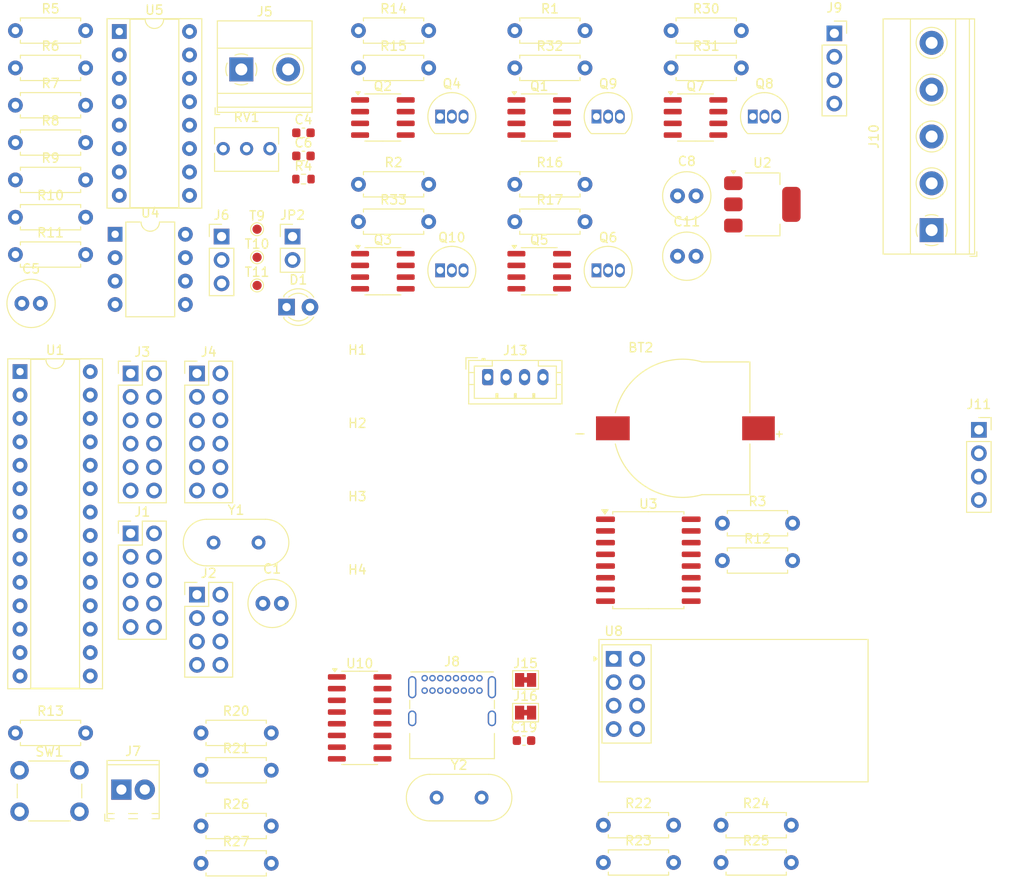
<source format=kicad_pcb>
(kicad_pcb (version 20240108) (generator "pcbnew") (generator_version "8.0")
  (title_block (title "PCB Weather station") (date "2024-11-10") (rev "1.0") (company "CREPP") (comment 1 "By NLG"))
  (layers (0 "F.Cu" signal) (31 "B.Cu" signal) (34 "B.Paste" user) (35 "F.Paste" user) (36 "B.SilkS" user "B.Silkscreen") (37 "F.SilkS" user "F.Silkscreen") (38 "B.Mask" user) (39 "F.Mask" user) (44 "Edge.Cuts" user))
  (net 0 "")
  (net 1 "/MCU/+VCC")
  (net 2 "/MCU/PD6-D6~")
  (net 3 "/MCU/PD5-D5~")
  (net 4 "/Anemometer/+5V")
  (net 5 "/Anemometer/Anemo_{signal}")
  (net 6 "/MCU/PC2-A2")
  (net 7 "/MCU/~{RESET}{slash}PC6")
  (net 8 "/MCU/PB0")
  (net 9 "/MCU/PB2-D10~")
  (net 10 "/MCU/MOSI")
  (net 11 "/MCU/MISO")
  (net 12 "/MCU/CLK")
  (net 13 "/MCU/PC0-A0")
  (net 14 "/MCU/PC1-A1")
  (net 15 "/MCU/PD2-D2-(INT0)")
  (net 16 "/MCU/PC3-A3")
  (net 17 "/MCU/SDA")
  (net 18 "/MCU/SCL")
  (net 19 "/MCU/TX")
  (net 20 "/MCU/RX")
  (net 21 "/MCU/PD3-D3-(INT1)~")
  (net 22 "/MCU/PD4-D4")
  (net 23 "/MCU/PD7-D7")
  (net 24 "Net-(J1-Pin_1)")
  (net 25 "Net-(J1-Pin_5)")
  (net 26 "Net-(J1-Pin_7)")
  (net 27 "Net-(J1-Pin_9)")
  (net 28 "Net-(J1-Pin_3)")
  (net 29 "/MCU/PB1-D9~")
  (net 30 "/MCU/PB0-D8")
  (net 31 "Net-(J2-Pin_3)")
  (net 32 "Net-(J2-Pin_5)")
  (net 33 "Net-(J2-Pin_7)")
  (net 34 "GND")
  (net 35 "Net-(J3-Pin_4)")
  (net 36 "Net-(J3-Pin_2)")
  (net 37 "Net-(J3-Pin_6)")
  (net 38 "Net-(J3-Pin_10)")
  (net 39 "Net-(J3-Pin_12)")
  (net 40 "Net-(J3-Pin_8)")
  (net 41 "Net-(J4-Pin_8)")
  (net 42 "Net-(J4-Pin_4)")
  (net 43 "Net-(J4-Pin_6)")
  (net 44 "Net-(J4-Pin_10)")
  (net 45 "Net-(J4-Pin_2)")
  (net 46 "Net-(J4-Pin_12)")
  (net 48 "/+5V")
  (net 49 "/Power/+3.3V")
  (net 58 "/Anemometer/Wind_interrupt")
  (net 59 "Net-(U5B-RCext)")
  (net 60 "Net-(U5B-Cext)")
  (net 61 "Net-(U4A-+)")
  (net 62 "/Programming/DTR")
  (net 63 "Net-(U10-~{DTR})")
  (net 64 "Net-(D1-K)")
  (net 65 "Net-(D1-A)")
  (net 66 "Net-(J5-Pin_1)")
  (net 67 "Net-(J5-Pin_2)")
  (net 68 "Net-(Q1A-G)")
  (net 69 "/Programming/GND")
  (net 70 "/Programming/D+")
  (net 71 "/Programming/D-")
  (net 73 "/V_{Monitoring}")
  (net 75 "/Programming/RX")
  (net 76 "Net-(J15-A)")
  (net 77 "Net-(J16-A)")
  (net 78 "/Programming/TX")
  (net 80 "/RTC/VCC")
  (net 81 "/Power_Handler_RTC/ENABLE")
  (net 82 "Net-(U4B-+)")
  (net 83 "Net-(U4A--)")
  (net 84 "Net-(U5B-Q)")
  (net 86 "Net-(U4B--)")
  (net 87 "/Power_Handler_Anemo/ENABLE")
  (net 90 "/RTC/SDA")
  (net 100 "Net-(U10-XO)")
  (net 106 "Net-(U10-XI)")
  (net 107 "/Programming/+5V")
  (net 108 "Net-(U10-V3)")
  (net 109 "/RTC/SCL")
  (net 110 "/Temperature_Sun/SCL")
  (net 111 "Net-(U1-XTAL2{slash}PB7)")
  (net 112 "Net-(U1-XTAL1{slash}PB6)")
  (net 113 "INT")
  (net 114 "/Temperature_Sun/LUM")
  (net 115 "/Temperature_Sun/SDA")
  (net 116 "/Temperature_Sun/+5V")
  (net 117 "/NRF24/SCK")
  (net 118 "Net-(Q2A-G)")
  (net 119 "/NRF24/CE")
  (net 120 "/NRF24/MOSI")
  (net 121 "/NRF24/CSN")
  (net 122 "/NRF24/+3.3V")
  (net 123 "/NRF24/MISO")
  (net 124 "Net-(Q10-D)")
  (net 125 "/Power_Handler_NRF24/ENABLE")
  (net 126 "/GNSS/VCC")
  (net 127 "Net-(Q5A-G)")
  (net 128 "/Power_Handler_GNSS/ENABLE")
  (net 129 "Net-(Q7A-G)")
  (net 131 "/Power_Handler_Temperature_Sun/ENABLE")
  (net 132 "/NRF24/Bridge1/OUT")
  (net 133 "/NRF24/Bridge/OUT")
  (net 134 "/NRF24/Bridge2/OUT")
  (net 135 "/NRF24/Bridge3/OUT")
  (net 136 "Net-(BT2-+)")
  (net 141 "/Temperature_Sun/VCC")
  (footprint "MountingHole:MountingHole_3.2mm_M3" (layer "F.Cu") (at 125.845 102.965)
    (property "Reference" "H4" (at 0 -4.2 0) (layer "F.SilkS"))
    (property "Value" "MountingHole_Pad")
    (pad "" np_thru_hole circle (at 0 0) (size 3.2 3.2) (drill 3.2) (layers "*.Cu" "*.Mask"))
  )
  (footprint "Connector_PinSocket_2.54mm:PinSocket_1x04_P2.54mm_Vertical" (layer "F.Cu") (at 193.275 83.58)
    (property "Reference" "J11" (at 0 -2.77 0) (layer "F.SilkS"))
    (property "Value" "GNSS_Virtual")
    (pad "1" thru_hole rect (at 0 0) (size 1.7 1.7) (drill 1) (layers "*.Cu" "*.Mask"))
    (pad "2" thru_hole oval (at 0 2.54) (size 1.7 1.7) (drill 1) (layers "*.Cu" "*.Mask"))
    (pad "3" thru_hole oval (at 0 5.08) (size 1.7 1.7) (drill 1) (layers "*.Cu" "*.Mask"))
    (pad "4" thru_hole oval (at 0 7.62) (size 1.7 1.7) (drill 1) (layers "*.Cu" "*.Mask"))
  )
  (footprint "Package_SO:SOIC-8_3.9x4.9mm_P1.27mm" (layer "F.Cu") (at 128.615 66.375)
    (property "Reference" "Q3" (at 0 -3.4 0) (layer "F.SilkS"))
    (property "Value" "FDS4559")
    (pad "1" smd roundrect (at -2.475 -1.905) (size 1.95 0.6) (layers "F.Cu" "F.Paste" "F.Mask") (net 80 "/RTC/VCC"))
    (pad "2" smd roundrect (at -2.475 -0.635) (size 1.95 0.6) (layers "F.Cu" "F.Paste" "F.Mask") (net 124 "Net-(Q10-D)"))
    (pad "3" smd roundrect (at -2.475 0.635) (size 1.95 0.6) (layers "F.Cu" "F.Paste" "F.Mask"))
    (pad "4" smd roundrect (at -2.475 1.905) (size 1.95 0.6) (layers "F.Cu" "F.Paste" "F.Mask"))
    (pad "5" smd roundrect (at 2.475 1.905) (size 1.95 0.6) (layers "F.Cu" "F.Paste" "F.Mask"))
    (pad "6" smd roundrect (at 2.475 0.635) (size 1.95 0.6) (layers "F.Cu" "F.Paste" "F.Mask"))
    (pad "7" smd roundrect (at 2.475 -0.635) (size 1.95 0.6) (layers "F.Cu" "F.Paste" "F.Mask") (net 48 "/+5V"))
    (pad "8" smd roundrect (at 2.475 -1.905) (size 1.95 0.6) (layers "F.Cu" "F.Paste" "F.Mask") (net 48 "/+5V"))
  )
  (footprint "Resistor_THT:R_Axial_DIN0207_L6.3mm_D2.5mm_P7.62mm_Horizontal" (layer "F.Cu") (at 142.925 56.945)
    (property "Reference" "R16" (at 3.81 -2.37 0) (layer "F.SilkS"))
    (property "Value" "10k")
    (pad "1" thru_hole circle (at 0 0) (size 1.6 1.6) (drill 0.8) (layers "*.Cu" "*.Mask") (net 127 "Net-(Q5A-G)"))
    (pad "2" thru_hole oval (at 7.62 0) (size 1.6 1.6) (drill 0.8) (layers "*.Cu" "*.Mask") (net 48 "/+5V"))
  )
  (footprint "Resistor_THT:R_Axial_DIN0207_L6.3mm_D2.5mm_P7.62mm_Horizontal" (layer "F.Cu") (at 108.885 116.465)
    (property "Reference" "R20" (at 3.81 -2.37 0) (layer "F.SilkS"))
    (property "Value" "10k")
    (pad "1" thru_hole circle (at 0 0) (size 1.6 1.6) (drill 0.8) (layers "*.Cu" "*.Mask") (net 120 "/NRF24/MOSI"))
    (pad "2" thru_hole oval (at 7.62 0) (size 1.6 1.6) (drill 0.8) (layers "*.Cu" "*.Mask") (net 132 "/NRF24/Bridge1/OUT"))
  )
  (footprint "Package_TO_SOT_THT:TO-92_Inline" (layer "F.Cu") (at 134.825 49.595)
    (property "Reference" "Q4" (at 1.27 -3.56 0) (layer "F.SilkS"))
    (property "Value" "2N7000")
    (pad "1" thru_hole rect (at 0 0) (size 1.05 1.5) (drill 0.75) (layers "*.Cu" "*.Mask") (net 34 "GND"))
    (pad "2" thru_hole oval (at 1.27 0) (size 1.05 1.5) (drill 0.75) (layers "*.Cu" "*.Mask") (net 125 "/Power_Handler_NRF24/ENABLE"))
    (pad "3" thru_hole oval (at 2.54 0) (size 1.05 1.5) (drill 0.75) (layers "*.Cu" "*.Mask") (net 118 "Net-(Q2A-G)"))
  )
  (footprint "Package_SO:SOIC-8_3.9x4.9mm_P1.27mm" (layer "F.Cu") (at 145.575 66.375)
    (property "Reference" "Q5" (at 0 -3.4 0) (layer "F.SilkS"))
    (property "Value" "FDS4559")
    (pad "1" smd roundrect (at -2.475 -1.905) (size 1.95 0.6) (layers "F.Cu" "F.Paste" "F.Mask") (net 126 "/GNSS/VCC"))
    (pad "2" smd roundrect (at -2.475 -0.635) (size 1.95 0.6) (layers "F.Cu" "F.Paste" "F.Mask") (net 127 "Net-(Q5A-G)"))
    (pad "3" smd roundrect (at -2.475 0.635) (size 1.95 0.6) (layers "F.Cu" "F.Paste" "F.Mask"))
    (pad "4" smd roundrect (at -2.475 1.905) (size 1.95 0.6) (layers "F.Cu" "F.Paste" "F.Mask"))
    (pad "5" smd roundrect (at 2.475 1.905) (size 1.95 0.6) (layers "F.Cu" "F.Paste" "F.Mask"))
    (pad "6" smd roundrect (at 2.475 0.635) (size 1.95 0.6) (layers "F.Cu" "F.Paste" "F.Mask"))
    (pad "7" smd roundrect (at 2.475 -0.635) (size 1.95 0.6) (layers "F.Cu" "F.Paste" "F.Mask") (net 48 "/+5V"))
    (pad "8" smd roundrect (at 2.475 -1.905) (size 1.95 0.6) (layers "F.Cu" "F.Paste" "F.Mask") (net 48 "/+5V"))
  )
  (footprint "Resistor_THT:R_Axial_DIN0207_L6.3mm_D2.5mm_P7.62mm_Horizontal" (layer "F.Cu") (at 125.965 44.315)
    (property "Reference" "R15" (at 3.81 -2.37 0) (layer "F.SilkS"))
    (property "Value" "10k")
    (pad "1" thru_hole circle (at 0 0) (size 1.6 1.6) (drill 0.8) (layers "*.Cu" "*.Mask") (net 125 "/Power_Handler_NRF24/ENABLE"))
    (pad "2" thru_hole oval (at 7.62 0) (size 1.6 1.6) (drill 0.8) (layers "*.Cu" "*.Mask") (net 34 "GND"))
  )
  (footprint "Resistor_THT:R_Axial_DIN0207_L6.3mm_D2.5mm_P7.62mm_Horizontal" (layer "F.Cu") (at 165.305 126.475)
    (property "Reference" "R24" (at 3.81 -2.37 0) (layer "F.SilkS"))
    (property "Value" "10k")
    (pad "1" thru_hole circle (at 0 0) (size 1.6 1.6) (drill 0.8) (layers "*.Cu" "*.Mask") (net 121 "/NRF24/CSN"))
    (pad "2" thru_hole oval (at 7.62 0) (size 1.6 1.6) (drill 0.8) (layers "*.Cu" "*.Mask") (net 134 "/NRF24/Bridge2/OUT"))
  )
  (footprint "CREPP_Connectors_USB:USB_C_Receptacle_GCT_USB4085" (layer "F.Cu") (at 133.145 110.525)
    (property "Reference" "J8" (at 2.975 -1.8 0) (layer "F.SilkS"))
    (property "Value" "USB_C_Receptacle")
    (pad "A1" thru_hole circle (at 0 0) (size 0.7 0.7) (drill 0.4) (layers "*.Cu" "*.Mask") (net 69 "/Programming/GND"))
    (pad "A4" thru_hole circle (at 0.85 0) (size 0.7 0.7) (drill 0.4) (layers "*.Cu" "*.Mask") (net 107 "/Programming/+5V"))
    (pad "A5" thru_hole circle (at 1.7 0) (size 0.7 0.7) (drill 0.4) (layers "*.Cu" "*.Mask"))
    (pad "A6" thru_hole circle (at 2.55 0) (size 0.7 0.7) (drill 0.4) (layers "*.Cu" "*.Mask") (net 70 "/Programming/D+"))
    (pad "A7" thru_hole circle (at 3.4 0) (size 0.7 0.7) (drill 0.4) (layers "*.Cu" "*.Mask") (net 71 "/Programming/D-"))
    (pad "A8" thru_hole circle (at 4.25 0) (size 0.7 0.7) (drill 0.4) (layers "*.Cu" "*.Mask"))
    (pad "A9" thru_hole circle (at 5.1 0) (size 0.7 0.7) (drill 0.4) (layers "*.Cu" "*.Mask") (net 107 "/Programming/+5V"))
    (pad "A12" thru_hole circle (at 5.95 0) (size 0.7 0.7) (drill 0.4) (layers "*.Cu" "*.Mask") (net 69 "/Programming/GND"))
    (pad "B1" thru_hole circle (at 5.95 1.35) (size 0.7 0.7) (drill 0.4) (layers "*.Cu" "*.Mask") (net 69 "/Programming/GND"))
    (pad "B4" thru_hole circle (at 5.1 1.35) (size 0.7 0.7) (drill 0.4) (layers "*.Cu" "*.Mask") (net 107 "/Programming/+5V"))
    (pad "B5" thru_hole circle (at 4.25 1.35) (size 0.7 0.7) (drill 0.4) (layers "*.Cu" "*.Mask"))
    (pad "B6" thru_hole circle (at 3.4 1.35) (size 0.7 0.7) (drill 0.4) (layers "*.Cu" "*.Mask") (net 70 "/Programming/D+"))
    (pad "B7" thru_hole circle (at 2.55 1.35) (size 0.7 0.7) (drill 0.4) (layers "*.Cu" "*.Mask") (net 71 "/Programming/D-"))
    (pad "B8" thru_hole circle (at 1.7 1.35) (size 0.7 0.7) (drill 0.4) (layers "*.Cu" "*.Mask"))
    (pad "B9" thru_hole circle (at 0.85 1.35) (size 0.7 0.7) (drill 0.4) (layers "*.Cu" "*.Mask") (net 107 "/Programming/+5V"))
    (pad "B12" thru_hole circle (at 0 1.35) (size 0.7 0.7) (drill 0.4) (layers "*.Cu" "*.Mask") (net 69 "/Programming/GND"))
    (pad "S1" thru_hole oval (at -1.35 0.98) (size 0.9 2.4) (drill oval 0.6 2.1) (layers "*.Cu" "*.Mask"))
    (pad "S1" thru_hole oval (at -1.35 4.36) (size 0.9 1.7) (drill oval 0.6 1.4) (layers "*.Cu" "*.Mask"))
    (pad "S1" thru_hole oval (at 7.3 0.98) (size 0.9 2.4) (drill oval 0.6 2.1) (layers "*.Cu" "*.Mask"))
    (pad "S1" thru_hole oval (at 7.3 4.36) (size 0.9 1.7) (drill oval 0.6 1.4) (layers "*.Cu" "*.Mask"))
  )
  (footprint "Resistor_THT:R_Axial_DIN0207_L6.3mm_D2.5mm_P7.62mm_Horizontal" (layer "F.Cu") (at 108.885 130.615)
    (property "Reference" "R27" (at 3.81 -2.37 0) (layer "F.SilkS"))
    (property "Value" "10k")
    (pad "1" thru_hole circle (at 0 0) (size 1.6 1.6) (drill 0.8) (layers "*.Cu" "*.Mask") (net 135 "/NRF24/Bridge3/OUT"))
    (pad "2" thru_hole oval (at 7.62 0) (size 1.6 1.6) (drill 0.8) (layers "*.Cu" "*.Mask") (net 34 "GND"))
  )
  (footprint "Resistor_THT:R_Axial_DIN0207_L6.3mm_D2.5mm_P7.62mm_Horizontal" (layer "F.Cu") (at 88.745 40.265)
    (property "Reference" "R5" (at 3.81 -2.37 0) (layer "F.SilkS"))
    (property "Value" "100k")
    (pad "1" thru_hole circle (at 0 0) (size 1.6 1.6) (drill 0.8) (layers "*.Cu" "*.Mask") (net 4 "/Anemometer/+5V"))
    (pad "2" thru_hole oval (at 7.62 0) (size 1.6 1.6) (drill 0.8) (layers "*.Cu" "*.Mask") (net 67 "Net-(J5-Pin_2)"))
  )
  (footprint "Resistor_THT:R_Axial_DIN0207_L6.3mm_D2.5mm_P7.62mm_Horizontal" (layer "F.Cu") (at 142.925 44.315)
    (property "Reference" "R32" (at 3.81 -2.37 0) (layer "F.SilkS"))
    (property "Value" "10k")
    (pad "1" thru_hole circle (at 0 0) (size 1.6 1.6) (drill 0.8) (layers "*.Cu" "*.Mask") (net 87 "/Power_Handler_Anemo/ENABLE"))
    (pad "2" thru_hole oval (at 7.62 0) (size 1.6 1.6) (drill 0.8) (layers "*.Cu" "*.Mask") (net 34 "GND"))
  )
  (footprint "Package_TO_SOT_THT:TO-92_Inline" (layer "F.Cu") (at 151.785 66.275)
    (property "Reference" "Q6" (at 1.27 -3.56 0) (layer "F.SilkS"))
    (property "Value" "2N7000")
    (pad "1" thru_hole rect (at 0 0) (size 1.05 1.5) (drill 0.75) (layers "*.Cu" "*.Mask") (net 34 "GND"))
    (pad "2" thru_hole oval (at 1.27 0) (size 1.05 1.5) (drill 0.75) (layers "*.Cu" "*.Mask") (net 128 "/Power_Handler_GNSS/ENABLE"))
    (pad "3" thru_hole oval (at 2.54 0) (size 1.05 1.5) (drill 0.75) (layers "*.Cu" "*.Mask") (net 127 "Net-(Q5A-G)"))
  )
  (footprint "CREPP_Spacers:Spacer_M3_MF_05mm" (layer "F.Cu") (at 133.418423 78.738423)
    (property "Reference" "S1" (hide yes))
    (property "Value" "~" (hide yes))
  )
  (footprint "Resistor_THT:R_Axial_DIN0207_L6.3mm_D2.5mm_P7.62mm_Horizontal" (layer "F.Cu") (at 88.745 60.515)
    (property "Reference" "R10" (at 3.81 -2.37 0) (layer "F.SilkS"))
    (property "Value" "10k")
    (pad "1" thru_hole circle (at 0 0) (size 1.6 1.6) (drill 0.8) (layers "*.Cu" "*.Mask") (net 84 "Net-(U5B-Q)"))
    (pad "2" thru_hole oval (at 7.62 0) (size 1.6 1.6) (drill 0.8) (layers "*.Cu" "*.Mask") (net 61 "Net-(U4A-+)"))
  )
  (footprint "Resistor_THT:R_Axial_DIN0207_L6.3mm_D2.5mm_P7.62mm_Horizontal" (layer "F.Cu") (at 88.745 48.365)
    (property "Reference" "R7" (at 3.81 -2.37 0) (layer "F.SilkS"))
    (property "Value" "10k")
    (pad "1" thru_hole circle (at 0 0) (size 1.6 1.6) (drill 0.8) (layers "*.Cu" "*.Mask") (net 82 "Net-(U4B-+)"))
    (pad "2" thru_hole oval (at 7.62 0) (size 1.6 1.6) (drill 0.8) (layers "*.Cu" "*.Mask") (net 58 "/Anemometer/Wind_interrupt"))
  )
  (footprint "Package_TO_SOT_THT:TO-92_Inline" (layer "F.Cu") (at 168.745 49.595)
    (property "Reference" "Q8" (at 1.27 -3.56 0) (layer "F.SilkS"))
    (property "Value" "2N7000")
    (pad "1" thru_hole rect (at 0 0) (size 1.05 1.5) (drill 0.75) (layers "*.Cu" "*.Mask") (net 34 "GND"))
    (pad "2" thru_hole oval (at 1.27 0) (size 1.05 1.5) (drill 0.75) (layers "*.Cu" "*.Mask") (net 131 "/Power_Handler_Temperature_Sun/ENABLE"))
    (pad "3" thru_hole oval (at 2.54 0) (size 1.05 1.5) (drill 0.75) (layers "*.Cu" "*.Mask") (net 129 "Net-(Q7A-G)"))
  )
  (footprint "Crystal:Crystal_HC49-4H_Vertical" (layer "F.Cu") (at 110.245 95.815)
    (property "Reference" "Y1" (at 2.44 -3.525 0) (layer "F.SilkS"))
    (property "Value" "Crystal")
    (pad "1" thru_hole circle (at 0 0) (size 1.5 1.5) (drill 0.8) (layers "*.Cu" "*.Mask") (net 111 "Net-(U1-XTAL2{slash}PB7)"))
    (pad "2" thru_hole circle (at 4.88 0) (size 1.5 1.5) (drill 0.8) (layers "*.Cu" "*.Mask") (net 112 "Net-(U1-XTAL1{slash}PB6)"))
  )
  (footprint "Capacitor_SMD:C_0603_1608Metric" (layer "F.Cu") (at 119.995 51.355)
    (property "Reference" "C4" (at 0 -1.43 0) (layer "F.SilkS"))
    (property "Value" "100nF")
    (pad "1" smd roundrect (at -0.775 0) (size 0.9 0.95) (layers "F.Cu" "F.Paste" "F.Mask") (net 59 "Net-(U5B-RCext)"))
    (pad "2" smd roundrect (at 0.775 0) (size 0.9 0.95) (layers "F.Cu" "F.Paste" "F.Mask") (net 60 "Net-(U5B-Cext)"))
  )
  (footprint "Resistor_THT:R_Axial_DIN0207_L6.3mm_D2.5mm_P7.62mm_Horizontal" (layer "F.Cu") (at 159.885 40.265)
    (property "Reference" "R30" (at 3.81 -2.37 0) (layer "F.SilkS"))
    (property "Value" "10k")
    (pad "1" thru_hole circle (at 0 0) (size 1.6 1.6) (drill 0.8) (layers "*.Cu" "*.Mask") (net 129 "Net-(Q7A-G)"))
    (pad "2" thru_hole oval (at 7.62 0) (size 1.6 1.6) (drill 0.8) (layers "*.Cu" "*.Mask") (net 49 "/Power/+3.3V"))
  )
  (footprint "Resistor_THT:R_Axial_DIN0207_L6.3mm_D2.5mm_P7.62mm_Horizontal" (layer "F.Cu") (at 165.305 130.525)
    (property "Reference" "R25" (at 3.81 -2.37 0) (layer "F.SilkS"))
    (property "Value" "10k")
    (pad "1" thru_hole circle (at 0 0) (size 1.6 1.6) (drill 0.8) (layers "*.Cu" "*.Mask") (net 134 "/NRF24/Bridge2/OUT"))
    (pad "2" thru_hole oval (at 7.62 0) (size 1.6 1.6) (drill 0.8) (layers "*.Cu" "*.Mask") (net 34 "GND"))
  )
  (footprint "CREPP_Spacers:Spacer_M3_MF_05mm" (layer "F.Cu") (at 133.418423 100.328961)
    (property "Reference" "S7" (hide yes))
    (property "Value" "~" (hide yes))
  )
  (footprint "Package_SO:SOIC-16W_7.5x10.3mm_P1.27mm" (layer "F.Cu") (at 157.415 97.725)
    (property "Reference" "U3" (at 0 -6.1 0) (layer "F.SilkS"))
    (property "Value" "DS3231M")
    (pad "1" smd roundrect (at -4.65 -4.445) (size 2.05 0.6) (layers "F.Cu" "F.Paste" "F.Mask"))
    (pad "2" smd roundrect (at -4.65 -3.175) (size 2.05 0.6) (layers "F.Cu" "F.Paste" "F.Mask") (net 80 "/RTC/VCC"))
    (pad "3" smd roundrect (at -4.65 -1.905) (size 2.05 0.6) (layers "F.Cu" "F.Paste" "F.Mask") (net 113 "INT"))
    (pad "4" smd roundrect (at -4.65 -0.635) (size 2.05 0.6) (layers "F.Cu" "F.Paste" "F.Mask") (net 80 "/RTC/VCC"))
    (pad "5" smd roundrect (at -4.65 0.635) (size 2.05 0.6) (layers "F.Cu" "F.Paste" "F.Mask") (net 34 "GND"))
    (pad "6" smd roundrect (at -4.65 1.905) (size 2.05 0.6) (layers "F.Cu" "F.Paste" "F.Mask") (net 34 "GND"))
    (pad "7" smd roundrect (at -4.65 3.175) (size 2.05 0.6) (layers "F.Cu" "F.Paste" "F.Mask") (net 34 "GND"))
    (pad "8" smd roundrect (at -4.65 4.445) (size 2.05 0.6) (layers "F.Cu" "F.Paste" "F.Mask") (net 34 "GND"))
    (pad "9" smd roundrect (at 4.65 4.445) (size 2.05 0.6) (layers "F.Cu" "F.Paste" "F.Mask") (net 34 "GND"))
    (pad "10" smd roundrect (at 4.65 3.175) (size 2.05 0.6) (layers "F.Cu" "F.Paste" "F.Mask") (net 34 "GND"))
    (pad "11" smd roundrect (at 4.65 1.905) (size 2.05 0.6) (layers "F.Cu" "F.Paste" "F.Mask") (net 34 "GND"))
    (pad "12" smd roundrect (at 4.65 0.635) (size 2.05 0.6) (layers "F.Cu" "F.Paste" "F.Mask") (net 34 "GND"))
    (pad "13" smd roundrect (at 4.65 -0.635) (size 2.05 0.6) (layers "F.Cu" "F.Paste" "F.Mask") (net 34 "GND"))
    (pad "14" smd roundrect (at 4.65 -1.905) (size 2.05 0.6) (layers "F.Cu" "F.Paste" "F.Mask") (net 136 "Net-(BT2-+)"))
    (pad "15" smd roundrect (at 4.65 -3.175) (size 2.05 0.6) (layers "F.Cu" "F.Paste" "F.Mask") (net 90 "/RTC/SDA"))
    (pad "16" smd roundrect (at 4.65 -4.445) (size 2.05 0.6) (layers "F.Cu" "F.Paste" "F.Mask") (net 109 "/RTC/SCL"))
  )
  (footprint "Resistor_THT:R_Axial_DIN0207_L6.3mm_D2.5mm_P7.62mm_Horizontal" (layer "F.Cu") (at 125.965 40.265)
    (property "Reference" "R14" (at 3.81 -2.37 0) (layer "F.SilkS"))
    (property "Value" "10k")
    (pad "1" thru_hole circle (at 0 0) (size 1.6 1.6) (drill 0.8) (layers "*.Cu" "*.Mask") (net 118 "Net-(Q2A-G)"))
    (pad "2" thru_hole oval (at 7.62 0) (size 1.6 1.6) (drill 0.8) (layers "*.Cu" "*.Mask") (net 49 "/Power/+3.3V"))
  )
  (footprint "Resistor_THT:R_Axial_DIN0207_L6.3mm_D2.5mm_P7.62mm_Horizontal" (layer "F.Cu") (at 165.445 93.715)
    (property "Reference" "R3" (at 3.81 -2.37 0) (layer "F.SilkS"))
    (property "Value" "4.7k")
    (pad "1" thru_hole circle (at 0 0) (size 1.6 1.6) (drill 0.8) (layers "*.Cu" "*.Mask") (net 90 "/RTC/SDA"))
    (pad "2" thru_hole oval (at 7.62 0) (size 1.6 1.6) (drill 0.8) (layers "*.Cu" "*.Mask") (net 80 "/RTC/VCC"))
  )
  (footprint "Resistor_SMD:R_0603_1608Metric" (layer "F.Cu") (at 119.995 56.375)
    (property "Reference" "R4" (at 0 -1.43 0) (layer "F.SilkS"))
    (property "Value" "R_10K_SMD_0603")
    (pad "1" smd roundrect (at -0.825 0) (size 0.8 0.95) (layers "F.Cu" "F.Paste" "F.Mask") (net 4 "/Anemometer/+5V"))
    (pad "2" smd roundrect (at 0.825 0) (size 0.8 0.95) (layers "F.Cu" "F.Paste" "F.Mask") (net 59 "Net-(U5B-RCext)"))
  )
  (footprint "Package_SO:SOIC-8_3.9x4.9mm_P1.27mm" (layer "F.Cu") (at 145.575 49.695)
    (property "Reference" "Q1" (at 0 -3.4 0) (layer "F.SilkS"))
    (property "Value" "FDS4559")
    (pad "1" smd roundrect (at -2.475 -1.905) (size 1.95 0.6) (layers "F.Cu" "F.Paste" "F.Mask") (net 4 "/Anemometer/+5V"))
    (pad "2" smd roundrect (at -2.475 -0.635) (size 1.95 0.6) (layers "F.Cu" "F.Paste" "F.Mask") (net 68 "Net-(Q1A-G)"))
    (pad "3" smd roundrect (at -2.475 0.635) (size 1.95 0.6) (layers "F.Cu" "F.Paste" "F.Mask"))
    (pad "4" smd roundrect (at -2.475 1.905) (size 1.95 0.6) (layers "F.Cu" "F.Paste" "F.Mask"))
    (pad "5" smd roundrect (at 2.475 1.905) (size 1.95 0.6) (layers "F.Cu" "F.Paste" "F.Mask"))
    (pad "6" smd roundrect (at 2.475 0.635) (size 1.95 0.6) (layers "F.Cu" "F.Paste" "F.Mask"))
    (pad "7" smd roundrect (at 2.475 -0.635) (size 1.95 0.6) (layers "F.Cu" "F.Paste" "F.Mask") (net 48 "/+5V"))
    (pad "8" smd roundrect (at 2.475 -1.905) (size 1.95 0.6) (layers "F.Cu" "F.Paste" "F.Mask") (net 48 "/+5V"))
  )
  (footprint "Connector_PinHeader_2.54mm:PinHeader_2x04_P2.54mm_Vertical" (layer "F.Cu") (at 108.445 101.465)
    (property "Reference" "J2" (at 1.27 -2.33 0) (layer "F.SilkS"))
    (property "Value" "Conn_02x04_Odd_Even")
    (pad "1" thru_hole rect (at 0 0) (size 1.7 1.7) (drill 1) (layers "*.Cu" "*.Mask") (net 8 "/MCU/PB0"))
    (pad "2" thru_hole oval (at 2.54 0) (size 1.7 1.7) (drill 1) (layers "*.Cu" "*.Mask") (net 30 "/MCU/PB0-D8"))
    (pad "3" thru_hole oval (at 0 2.54) (size 1.7 1.7) (drill 1) (layers "*.Cu" "*.Mask") (net 31 "Net-(J2-Pin_3)"))
    (pad "4" thru_hole oval (at 2.54 2.54) (size 1.7 1.7) (drill 1) (layers "*.Cu" "*.Mask") (net 23 "/MCU/PD7-D7"))
    (pad "5" thru_hole oval (at 0 5.08) (size 1.7 1.7) (drill 1) (layers "*.Cu" "*.Mask") (net 32 "Net-(J2-Pin_5)"))
    (pad "6" thru_hole oval (at 2.54 5.08) (size 1.7 1.7) (drill 1) (layers "*.Cu" "*.Mask") (net 2 "/MCU/PD6-D6~"))
    (pad "7" thru_hole oval (at 0 7.62) (size 1.7 1.7) (drill 1) (layers "*.Cu" "*.Mask") (net 33 "Net-(J2-Pin_7)"))
    (pad "8" thru_hole oval (at 2.54 7.62) (size 1.7 1.7) (drill 1) (layers "*.Cu" "*.Mask") (net 3 "/MCU/PD5-D5~"))
  )
  (footprint "Resistor_THT:R_Axial_DIN0207_L6.3mm_D2.5mm_P7.62mm_Horizontal" (layer "F.Cu") (at 108.885 126.565)
    (property "Reference" "R26" (at 3.81 -2.37 0) (layer "F.SilkS"))
    (property "Value" "10k")
    (pad "1" thru_hole circle (at 0 0) (size 1.6 1.6) (drill 0.8) (layers "*.Cu" "*.Mask") (net 119 "/NRF24/CE"))
    (pad "2" thru_hole oval (at 7.62 0) (size 1.6 1.6) (drill 0.8) (layers "*.Cu" "*.Mask") (net 135 "/NRF24/Bridge3/OUT"))
  )
  (footprint "RF_Module:nRF24L01_Breakout" (layer "F.Cu") (at 153.656 108.425)
    (property "Reference" "U8" (at 0 -3 0) (layer "F.SilkS"))
    (property "Value" "NRF24L01_Breakout")
    (pad "1" thru_hole rect (at 0 0) (size 1.7 1.7) (drill 1) (layers "*.Cu" "*.Mask") (net 34 "GND"))
    (pad "2" thru_hole circle (at 2.54 0) (size 1.7 1.7) (drill 1) (layers "*.Cu" "*.Mask") (net 122 "/NRF24/+3.3V"))
    (pad "3" thru_hole circle (at 0 2.54) (size 1.7 1.7) (drill 1) (layers "*.Cu" "*.Mask") (net 135 "/NRF24/Bridge3/OUT"))
    (pad "4" thru_hole circle (at 2.54 2.54) (size 1.7 1.7) (drill 1) (layers "*.Cu" "*.Mask") (net 134 "/NRF24/Bridge2/OUT"))
    (pad "5" thru_hole circle (at 0 5.08) (size 1.7 1.7) (drill 1) (layers "*.Cu" "*.Mask") (net 133 "/NRF24/Bridge/OUT"))
    (pad "6" thru_hole circle (at 2.54 5.08) (size 1.7 1.7) (drill 1) (layers "*.Cu" "*.Mask") (net 132 "/NRF24/Bridge1/OUT"))
    (pad "7" thru_hole circle (at 0 7.62) (size 1.7 1.7) (drill 1) (layers "*.Cu" "*.Mask") (net 123 "/NRF24/MISO"))
    (pad "8" thru_hole circle (at 2.54 7.62) (size 1.7 1.7) (drill 1) (layers "*.Cu" "*.Mask"))
  )
  (footprint "Resistor_THT:R_Axial_DIN0207_L6.3mm_D2.5mm_P7.62mm_Horizontal" (layer "F.Cu") (at 152.535 126.475)
    (property "Reference" "R22" (at 3.81 -2.37 0) (layer "F.SilkS"))
    (property "Value" "10k")
    (pad "1" thru_hole circle (at 0 0) (size 1.6 1.6) (drill 0.8) (layers "*.Cu" "*.Mask") (net 117 "/NRF24/SCK"))
    (pad "2" thru_hole oval (at 7.62 0) (size 1.6 1.6) (drill 0.8) (layers "*.Cu" "*.Mask") (net 133 "/NRF24/Bridge/OUT"))
  )
  (footprint "TerminalBlock_Phoenix:TerminalBlock_Phoenix_MKDS-1,5-2-5.08_1x02_P5.08mm_Horizontal" (layer "F.Cu") (at 113.255 44.475)
    (property "Reference" "J5" (at 2.54 -6.26 0) (layer "F.SilkS"))
    (property "Value" "Screw_Terminal_01x02_2.54mm")
    (pad "1" thru_hole rect (at 0 0) (size 2.6 2.6) (drill 1.3) (layers "*.Cu" "*.Mask") (net 66 "Net-(J5-Pin_1)"))
    (pad "2" thru_hole circle (at 5.08 0) (size 2.6 2.6) (drill 1.3) (layers "*.Cu" "*.Mask") (net 67 "Net-(J5-Pin_2)"))
  )
  (footprint "Package_TO_SOT_THT:TO-92_Inline" (layer "F.Cu") (at 151.785 49.595)
    (property "Reference" "Q9" (at 1.27 -3.56 0) (layer "F.SilkS"))
    (property "Value" "2N7000")
    (pad "1" thru_hole rect (at 0 0) (size 1.05 1.5) (drill 0.75) (layers "*.Cu" "*.Mask") (net 34 "GND"))
    (pad "2" thru_hole oval (at 1.27 0) (size 1.05 1.5) (drill 0.75) (layers "*.Cu" "*.Mask") (net 87 "/Power_Handler_Anemo/ENABLE"))
    (pad "3" thru_hole oval (at 2.54 0) (size 1.05 1.5) (drill 0.75) (layers "*.Cu" "*.Mask") (net 68 "Net-(Q1A-G)"))
  )
  (footprint "CREPP_Spacers:Spacer_M3_MF_05mm" (layer "F.Cu") (at 133.418423 93.132115)
    (property "Reference" "S6" (hide yes))
    (property "Value" "~" (hide yes))
  )
  (footprint "Package_DIP:DIP-8_W7.62mm" (layer "F.Cu") (at 99.565 62.365)
    (property "Reference" "U4" (at 3.81 -2.33 0) (layer "F.SilkS"))
    (property "Value" "LM358")
    (pad "1" thru_hole rect (at 0 0) (size 1.6 1.6) (drill 0.8) (layers "*.Cu" "*.Mask") (net 83 "Net-(U4A--)"))
    (pad "2" thru_hole oval (at 0 2.54) (size 1.6 1.6) (drill 0.8) (layers "*.Cu" "*.Mask") (net 83 "Net-(U4A--)"))
    (pad "3" thru_hole oval (at 0 5.08) (size 1.6 1.6) (drill 0.8) (layers "*.Cu" "*.Mask") (net 61 "Net-(U4A-+)"))
    (pad "4" thru_hole oval (at 0 7.62) (size 1.6 1.6) (drill 0.8) (layers "*.Cu" "*.Mask") (net 34 "GND"))
    (pad "5" thru_hole oval (at 7.62 7.62) (size 1.6 1.6) (drill 0.8) (layers "*.Cu" "*.Mask") (net 82 "Net-(U4B-+)"))
    (pad "6" thru_hole oval (at 7.62 5.08) (size 1.6 1.6) (drill 0.8) (layers "*.Cu" "*.Mask") (net 86 "Net-(U4B--)"))
    (pad "7" thru_hole oval (at 7.62 2.54) (size 1.6 1.6) (drill 0.8) (layers "*.Cu" "*.Mask") (net 58 "/Anemometer/Wind_interrupt"))
    (pad "8" thru_hole oval (at 7.62 0) (size 1.6 1.6) (drill 0.8) (layers "*.Cu" "*.Mask") (net 4 "/Anemometer/+5V"))
  )
  (footprint "Package_TO_SOT_SMD:SOT-223-3_TabPin2" (layer "F.Cu") (at 169.785 59.12)
    (property "Reference" "U2" (at 0 -4.5 0) (layer "F.SilkS"))
    (property "Value" "AMS1117-3.3")
    (pad "1" smd roundrect (at -3.15 -2.3) (size 2 1.5) (layers "F.Cu" "F.Paste" "F.Mask") (net 34 "GND"))
    (pad "2" smd roundrect (at -3.15 0) (size 2 1.5) (layers "F.Cu" "F.Paste" "F.Mask") (net 49 "/Power/+3.3V"))
    (pad "2" smd roundrect (at 3.15 0) (size 2 3.8) (layers "F.Cu" "F.Paste" "F.Mask") (net 49 "/Power/+3.3V"))
    (pad "3" smd roundrect (at -3.15 2.3) (size 2 1.5) (layers "F.Cu" "F.Paste" "F.Mask") (net 48 "/+5V"))
  )
  (footprint "CREPP_Batteries_holders:MPD_BC501SM-TR" (layer "F.Cu") (at 161.135 83.415)
    (property "Reference" "BT2" (at -4.544 -8.754 0) (layer "F.SilkS"))
    (property "Value" "Battery_Cell")
    (fp_text user "-" (at -11.14 0.52 0) (layer "F.SilkS") (effects (font (size 1.12 1.12))))
    (fp_text user "+" (at 10.49 0.57 0) (layer "F.SilkS") (effects (font (size 0.8 0.8))))
    (pad "" np_thru_hole circle (at -3.5 0) (size 1 1) (drill 1) (layers "*.Cu" "*.Mask"))
    (pad "" np_thru_hole circle (at 4 0) (size 1.3 1.3) (drill 1.3) (layers "*.Cu" "*.Mask"))
    (pad "+" smd rect (at 8.23 0) (size 3.54 2.6) (layers "F.Cu" "F.Paste" "F.Mask"))
    (pad "-" smd rect (at -7.57 0) (size 3.66 2.6) (layers "F.Cu" "F.Paste" "F.Mask"))
  )
  (footprint "Resistor_THT:R_Axial_DIN0207_L6.3mm_D2.5mm_P7.62mm_Horizontal" (layer "F.Cu") (at 88.745 64.565)
    (property "Reference" "R11" (at 3.81 -2.37 0) (layer "F.SilkS"))
    (property "Value" "100k")
    (pad "1" thru_hole circle (at 0 0) (size 1.6 1.6) (drill 0.8) (layers "*.Cu" "*.Mask") (net 66 "Net-(J5-Pin_1)"))
    (pad "2" thru_hole oval (at 7.62 0) (size 1.6 1.6) (drill 0.8) (layers "*.Cu" "*.Mask") (net 34 "GND"))
  )
  (footprint "Resistor_THT:R_Axial_DIN0207_L6.3mm_D2.5mm_P7.62mm_Horizontal" (layer "F.Cu") (at 142.925 40.265)
    (property "Reference" "R1" (at 3.81 -2.37 0) (layer "F.SilkS"))
    (property "Value" "10k")
    (pad "1" thru_hole circle (at 0 0) (size 1.6 1.6) (drill 0.8) (layers "*.Cu" "*.Mask") (net 68 "Net-(Q1A-G)"))
    (pad "2" thru_hole oval (at 7.62 0) (size 1.6 1.6) (drill 0.8) (layers "*.Cu" "*.Mask") (net 48 "/+5V"))
  )
  (footprint "Button_Switch_THT:SW_PUSH_6mm_H8mm" (layer "F.Cu") (at 89.195 120.515)
    (property "Reference" "SW1" (at 3.25 -2 0) (layer "F.SilkS"))
    (property "Value" "SW_B")
    (pad "1" thru_hole circle (at 0 0 90) (size 2 2) (drill 1.1) (layers "*.Cu" "*.Mask") (net 34 "GND"))
    (pad "1" thru_hole circle (at 6.5 0 90) (size 2 2) (drill 1.1) (layers "*.Cu" "*.Mask") (net 34 "GND"))
    (pad "2" thru_hole circle (at 0 4.5 90) (size 2 2) (drill 1.1) (layers "*.Cu" "*.Mask") (net 7 "/MCU/~{RESET}{slash}PC6"))
    (pad "2" thru_hole circle (at 6.5 4.5 90) (size 2 2) (drill 1.1) (layers "*.Cu" "*.Mask") (net 7 "/MCU/~{RESET}{slash}PC6"))
  )
  (footprint "Connector_PinSocket_2.54mm:PinSocket_1x04_P2.54mm_Vertical" (layer "F.Cu") (at 177.595 40.565)
    (property "Reference" "J9" (at 0 -2.77 0) (layer "F.SilkS"))
    (property "Value" "Conn_01x04_Socket")
    (pad "1" thru_hole rect (at 0 0) (size 1.7 1.7) (drill 1) (layers "*.Cu" "*.Mask"))
    (pad "2" thru_hole oval (at 0 2.54) (size 1.7 1.7) (drill 1) (layers "*.Cu" "*.Mask"))
    (pad "3" thru_hole oval (at 0 5.08) (size 1.7 1.7) (drill 1) (layers "*.Cu" "*.Mask"))
    (pad "4" thru_hole oval (at 0 7.62) (size 1.7 1.7) (drill 1) (layers "*.Cu" "*.Mask"))
  )
  (footprint "TestPoint:TestPoint_Pad_D1.0mm" (layer "F.Cu") (at 114.965 67.915)
    (property "Reference" "T11" (at 0 -1.448 0) (layer "F.SilkS"))
    (property "Value" "TP")
    (pad "1" smd circle (at 0 0) (size 1 1) (layers "F.Cu" "F.Mask") (net 83 "Net-(U4A--)"))
  )
  (footprint "Resistor_THT:R_Axial_DIN0207_L6.3mm_D2.5mm_P7.62mm_Horizontal" (layer "F.Cu") (at 152.535 130.525)
    (property "Reference" "R23" (at 3.81 -2.37 0) (layer "F.SilkS"))
    (property "Value" "10k")
    (pad "1" thru_hole circle (at 0 0) (size 1.6 1.6) (drill 0.8) (layers "*.Cu" "*.Mask") (net 133 "/NRF24/Bridge/OUT"))
    (pad "2" thru_hole oval (at 7.62 0) (size 1.6 1.6) (drill 0.8) (layers "*.Cu" "*.Mask") (net 34 "GND"))
  )
  (footprint "CREPP_Spacers:Spacer_M3_MF_05mm" (layer "F.Cu") (at 133.418423 85.935269)
    (property "Reference" "S5" (hide yes))
    (property "Value" "~" (hide yes))
  )
  (footprint "Connector_JST:JST_PH_B4B-PH-K_1x04_P2.00mm_Vertical" (layer "F.Cu") (at 139.985 77.865)
    (property "Reference" "J13" (at 3 -2.9 0) (layer "F.SilkS"))
    (property "Value" "JST_PH_4P")
    (pad "1" thru_hole roundrect (at 0 0) (size 1.2 1.75) (drill 0.75) (layers "*.Cu" "*.Mask") (roundrect_rratio 0.208333) (net 48 "/+5V"))
    (pad "2" thru_hole oval (at 2 0) (size 1.2 1.75) (drill 0.75) (layers "*.Cu" "*.Mask") (net 73 "/V_{Monitoring}"))
    (pad "3" thru_hole oval (at 4 0) (size 1.2 1.75) (drill 0.75) (layers "*.Cu" "*.Mask"))
    (pad "4" thru_hole oval (at 6 0) (size 1.2 1.75) (drill 0.75) (layers "*.Cu" "*.Mask") (net 34 "GND"))
  )
  (footprint "Resistor_THT:R_Axial_DIN0207_L6.3mm_D2.5mm_P7.62mm_Horizontal" (layer "F.Cu") (at 88.745 56.465)
    (property "Reference" "R9" (at 3.81 -2.37 0) (layer "F.SilkS"))
    (property "Value" "270")
    (pad "1" thru_hole circle (at 0 0) (size 1.6 1.6) (drill 0.8) (layers "*.Cu" "*.Mask") (net 64 "Net-(D1-K)"))
    (pad "2" thru_hole oval (at 7.62 0) (size 1.6 1.6) (drill 0.8) (layers "*.Cu" "*.Mask") (net 34 "GND"))
  )
  (footprint "LED_THT:LED_D3.0mm" (layer "F.Cu") (at 118.165 70.265)
    (property "Reference" "D1" (at 1.27 -2.96 0) (layer "F.SilkS"))
    (property "Value" "LED")
    (pad "1" thru_hole rect (at 0 0) (size 1.8 1.8) (drill 0.9) (layers "*.Cu" "*.Mask") (net 64 "Net-(D1-K)"))
    (pad "2" thru_hole circle (at 2.54 0) (size 1.8 1.8) (drill 0.9) (layers "*.Cu" "*.Mask") (net 65 "Net-(D1-A)"))
  )
  (footprint "Package_SO:SOIC-16_3.9x9.9mm_P1.27mm" (layer "F.Cu") (at 126.095 114.835)
    (property "Reference" "U10" (at 0 -5.9 0) (layer "F.SilkS"))
    (property "Value" "CH340G")
    (pad "1" smd roundrect (at -2.475 -4.445) (size 1.95 0.6) (layers "F.Cu" "F.Paste" "F.Mask") (net 69 "/Programming/GND"))
    (pad "2" smd roundrect (at -2.475 -3.175) (size 1.95 0.6) (layers "F.Cu" "F.Paste" "F.Mask") (net 76 "Net-(J15-A)"))
    (pad "3" smd roundrect (at -2.475 -1.905) (size 1.95 0.6) (layers "F.Cu" "F.Paste" "F.Mask") (net 77 "Net-(J16-A)"))
    (pad "4" smd roundrect (at -2.475 -0.635) (size 1.95 0.6) (layers "F.Cu" "F.Paste" "F.Mask") (net 108 "Net-(U10-V3)"))
    (pad "5" smd roundrect (at -2.475 0.635) (size 1.95 0.6) (layers "F.Cu" "F.Paste" "F.Mask") (net 70 "/Programming/D+"))
    (pad "6" smd roundrect (at -2.475 1.905) (size 1.95 0.6) (layers "F.Cu" "F.Paste" "F.Mask") (net 71 "/Programming/D-"))
    (pad "7" smd roundrect (at -2.475 3.175) (size 1.95 0.6) (layers "F.Cu" "F.Paste" "F.Mask") (net 106 "Net-(U10-XI)"))
    (pad "8" smd roundrect (at -2.475 4.445) (size 1.95 0.6) (layers "F.Cu" "F.Paste" "F.Mask") (net 100 "Net-(U10-XO)"))
    (pad "9" smd roundrect (at 2.475 4.445) (size 1.95 0.6) (layers "F.Cu" "F.Paste" "F.Mask"))
    (pad "10" smd roundrect (at 2.475 3.175) (size 1.95 0.6) (layers "F.Cu" "F.Paste" "F.Mask"))
    (pad "11" smd roundrect (at 2.475 1.905) (size 1.95 0.6) (layers "F.Cu" "F.Paste" "F.Mask"))
    (pad "12" smd roundrect (at 2.475 0.635) (size 1.95 0.6) (layers "F.Cu" "F.Paste" "F.Mask"))
    (pad "13" smd roundrect (at 2.475 -0.635) (size 1.95 0.6) (layers "F.Cu" "F.Paste" "F.Mask") (net 63 "Net-(U10-~{DTR})"))
    (pad "14" smd roundrect (at 2.475 -1.905) (size 1.95 0.6) (layers "F.Cu" "F.Paste" "F.Mask"))
    (pad "15" smd roundrect (at 2.475 -3.175) (size 1.95 0.6) (layers "F.Cu" "F.Paste" "F.Mask"))
    (pad "16" smd roundrect (at 2.475 -4.445) (size 1.95 0.6) (layers "F.Cu" "F.Paste" "F.Mask") (net 107 "/Programming/+5V"))
  )
  (footprint "Package_TO_SOT_THT:TO-92_Inline" (layer "F.Cu") (at 134.825 66.275)
    (property "Reference" "Q10" (at 1.27 -3.56 0) (layer "F.SilkS"))
    (property "Value" "2N7000")
    (pad "1" thru_hole rect (at 0 0) (size 1.05 1.5) (drill 0.75) (layers "*.Cu" "*.Mask") (net 34 "GND"))
    (pad "2" thru_hole oval (at 1.27 0) (size 1.05 1.5) (drill 0.75) (layers "*.Cu" "*.Mask") (net 81 "/Power_Handler_RTC/ENABLE"))
    (pad "3" thru_hole oval (at 2.54 0) (size 1.05 1.5) (drill 0.75) (layers "*.Cu" "*.Mask") (net 124 "Net-(Q10-D)"))
  )
  (footprint "TerminalBlock_Phoenix:TerminalBlock_Phoenix_MKDS-1,5-5-5.08_1x05_P5.08mm_Horizontal" (layer "F.Cu") (at 188.15 61.915 90)
    (property "Reference" "J10" (at 10.16 -6.26 90) (layer "F.SilkS"))
    (property "Value" "Screw_Terminal_01x05_5.08mm")
    (pad "1" thru_hole rect (at 0 0 90) (size 2.6 2.6) (drill 1.3) (layers "*.Cu" "*.Mask") (net 116 "/Temperature_Sun/+5V"))
    (pad "2" thru_hole circle (at 5.08 0 90) (size 2.6 2.6) (drill 1.3) (layers "*.Cu" "*.Mask") (net 115 "/Temperature_Sun/SDA"))
    (pad "3" thru_hole circle (at 10.16 0 90) (size 2.6 2.6) (drill 1.3) (layers "*.Cu" "*.Mask") (net 110 "/Temperature_Sun/SCL"))
    (pad "4" thru_hole circle (at 15.24 0 90) (size 2.6 2.6) (drill 1.3) (layers "*.Cu" "*.Mask") (net 114 "/Temperature_Sun/LUM"))
    (pad "5" thru_hole circle (at 20.32 0 90) (size 2.6 2.6) (drill 1.3) (layers "*.Cu" "*.Mask") (net 34 "GND"))
  )
  (footprint "Potentiometer_THT:Potentiometer_Bourns_3266Y_Vertical" (layer "F.Cu") (at 116.365 53.075)
    (property "Reference" "RV1" (at -2.54 -3.41 0) (layer "F.SilkS"))
    (property "Value" "R_Potentiometer")
    (pad "1" thru_hole circle (at 0 0) (size 1.44 1.44) (drill 0.8) (layers "*.Cu" "*.Mask") (net 4 "/Anemometer/+5V"))
    (pad "2" thru_hole circle (at -2.54 0) (size 1.44 1.44) (drill 0.8) (layers "*.Cu" "*.Mask") (net 86 "Net-(U4B--)"))
    (pad "3" thru_hole circle (at -5.08 0) (size 1.44 1.44) (drill 0.8) (layers "*.Cu" "*.Mask") (net 34 "GND"))
  )
  (footprint "Capacitor_THT:C_Radial_D5.0mm_H11.0mm_P2.00mm" (layer "F.Cu") (at 160.585 58.195)
    (property "Reference" "C8" (at 1 -3.75 0) (layer "F.SilkS"))
    (property "Value" "10uF")
    (pad "1" thru_hole circle (at 0 0) (size 1.6 1.6) (drill 0.8) (layers "*.Cu" "*.Mask") (net 48 "/+5V"))
    (pad "2" thru_hole circle (at 2 0) (size 1.6 1.6) (drill 0.8) (layers "*.Cu" "*.Mask") (net 34 "GND"))
  )
  (footprint "Resistor_THT:R_Axial_DIN0207_L6.3mm_D2.5mm_P7.62mm_Horizontal" (layer "F.Cu") (at 88.745 44.315)
    (property "Reference" "R6" (at 3.81 -2.37 0) (layer "F.SilkS"))
    (property "Value" "10k")
    (pad "1" thru_hole circle (at 0 0) (size 1.6 1.6) (drill 0.8) (layers "*.Cu" "*.Mask") (net 83 "Net-(U4A--)"))
    (pad "2" thru_hole oval (at 7.62 0) (size 1.6 1.6) (drill 0.8) (layers "*.Cu" "*.Mask") (net 82 "Net-(U4B-+)"))
  )
  (footprint "Jumper:SolderJumper-2_P1.3mm_Bridged_Pad1.0x1.5mm" (layer "F.Cu") (at 144.095 114.265)
    (property "Reference" "J16" (at 0 -1.8 0) (layer "F.SilkS"))
    (property "Value" "SolderJumper_2_Bridged")
    (fp_poly (pts (xy -0.25 -0.3) (xy 0.25 -0.3) (xy 0.25 0.3) (xy -0.25 0.3)) (fill solid) (layer "F.Cu"))
    (pad "1" smd rect (at -0.65 0) (size 1 1.5) (layers "F.Cu" "F.Mask") (net 77 "Net-(J16-A)"))
    (pad "2" smd rect (at 0.65 0) (size 1 1.5) (layers "F.Cu" "F.Mask") (net 78 "/Programming/TX"))
  )
  (footprint "Resistor_THT:R_Axial_DIN0207_L6.3mm_D2.5mm_P7.62mm_Horizontal" (layer "F.Cu") (at 108.885 120.515)
    (property "Reference" "R21" (at 3.81 -2.37 0) (layer "F.SilkS"))
    (property "Value" "10k")
    (pad "1" thru_hole circle (at 0 0) (size 1.6 1.6) (drill 0.8) (layers "*.Cu" "*.Mask") (net 132 "/NRF24/Bridge1/OUT"))
    (pad "2" thru_hole oval (at 7.62 0) (size 1.6 1.6) (drill 0.8) (layers "*.Cu" "*.Mask") (net 34 "GND"))
  )
  (footprint "Capacitor_SMD:C_0603_1608Metric" (layer "F.Cu") (at 119.995 53.865)
    (property "Reference" "C6" (at 0 -1.43 0) (layer "F.SilkS"))
    (property "Value" "100nF")
    (pad "1" smd roundrect (at -0.775 0) (size 0.9 0.95) (layers "F.Cu" "F.Paste" "F.Mask") (net 61 "Net-(U4A-+)"))
    (pad "2" smd roundrect (at 0.775 0) (size 0.9 0.95) (layers "F.Cu" "F.Paste" "F.Mask") (net 34 "GND"))
  )
  (footprint "Package_SO:SOIC-8_3.9x4.9mm_P1.27mm" (layer "F.Cu") (at 128.615 49.695)
    (property "Reference" "Q2" (at 0 -3.4 0) (layer "F.SilkS"))
    (property "Value" "FDS4559")
    (pad "1" smd roundrect (at -2.475 -1.905) (size 1.95 0.6) (layers "F.Cu" "F.Paste" "F.Mask") (net 122 "/NRF24/+3.3V"))
    (pad "2" smd roundrect (at -2.475 -0.635) (size 1.95 0.6) (layers "F.Cu" "F.Paste" "F.Mask") (net 118 "Net-(Q2A-G)"))
    (pad "3" smd roundrect (at -2.475 0.635) (size 1.95 0.6) (layers "F.Cu" "F.Paste" "F.Mask"))
    (pad "4" smd roundrect (at -2.475 1.905) (size 1.95 0.6) (layers "F.Cu" "F.Paste" "F.Mask"))
    (pad "5" smd roundrect (at 2.475 1.905) (size 1.95 0.6) (layers "F.Cu" "F.Paste" "F.Mask"))
    (pad "6" smd roundrect (at 2.475 0.635) (size 1.95 0.6) (layers "F.Cu" "F.Paste" "F.Mask"))
    (pad "7" smd roundrect (at 2.475 -0.635) (size 1.95 0.6) (layers "F.Cu" "F.Paste" "F.Mask") (net 49 "/Power/+3.3V"))
    (pad "8" smd roundrect (at 2.475 -1.905) (size 1.95 0.6) (layers "F.Cu" "F.Paste" "F.Mask") (net 49 "/Power/+3.3V"))
  )
  (footprint "TestPoint:TestPoint_Pad_D1.0mm" (layer "F.Cu") (at 114.965 64.865)
    (property "Reference" "T10" (at 0 -1.448 0) (layer "F.SilkS"))
    (property "Value" "TP")
    (pad "1" smd circle (at 0 0) (size 1 1) (layers "F.Cu" "F.Mask") (net 84 "Net-(U5B-Q)"))
  )
  (footprint "Connector_PinHeader_2.54mm:PinHeader_1x03_P2.54mm_Vertical" (layer "F.Cu") (at 111.115 62.615)
    (property "Reference" "J6" (at 0 -2.33 0) (layer "F.SilkS"))
    (property "Value" "Conn_01x03_Pin")
    (pad "1" thru_hole rect (at 0 0) (size 1.7 1.7) (drill 1) (layers "*.Cu" "*.Mask") (net 67 "Net-(J5-Pin_2)"))
    (pad "2" thru_hole oval (at 0 2.54) (size 1.7 1.7) (drill 1) (layers "*.Cu" "*.Mask") (net 5 "/Anemometer/Anemo_{signal}"))
    (pad "3" thru_hole oval (at 0 5.08) (size 1.7 1.7) (drill 1) (layers "*.Cu" "*.Mask") (net 66 "Net-(J5-Pin_1)"))
  )
  (footprint "Resistor_THT:R_Axial_DIN0207_L6.3mm_D2.5mm_P7.62mm_Horizontal" (layer "F.Cu") (at 125.965 56.945)
    (property "Reference" "R2" (at 3.81 -2.37 0) (layer "F.SilkS"))
    (property "Value" "10k")
    (pad "1" thru_hole circle (at 0 0) (size 1.6 1.6) (drill 0.8) (layers "*.Cu" "*.Mask") (net 124 "Net-(Q10-D)"))
    (pad "2" thru_hole oval (at 7.62 0) (size 1.6 1.6) (drill 0.8) (layers "*.Cu" "*.Mask") (net 48 "/+5V"))
  )
  (footprint "Jumper:SolderJumper-2_P1.3mm_Bridged_Pad1.0x1.5mm" (layer "F.Cu") (at 144.095 110.715)
    (property "Reference" "J15" (at 0 -1.8 0) (layer "F.SilkS"))
    (property "Value" "SolderJumper_2_Bridged")
    (fp_poly (pts (xy -0.25 -0.3) (xy 0.25 -0.3) (xy 0.25 0.3) (xy -0.25 0.3)) (fill solid) (layer "F.Cu"))
    (pad "1" smd rect (at -0.65 0) (size 1 1.5) (layers "F.Cu" "F.Mask") (net 76 "Net-(J15-A)"))
    (pad "2" smd rect (at 0.65 0) (size 1 1.5) (layers "F.Cu" "F.Mask") (net 75 "/Programming/RX"))
  )
  (footprint "Capacitor_THT:C_Radial_D5.0mm_H11.0mm_P2.00mm" (layer "F.Cu") (at 115.595 102.415)
    (property "Reference" "C1" (at 1 -3.75 0) (layer "F.SilkS"))
    (property "Value" "10uF")
    (pad "1" thru_hole circle (at 0 0) (size 1.6 1.6) (drill 0.8) (layers "*.Cu" "*.Mask") (net 1 "/MCU/+VCC"))
    (pad "2" thru_hole circle (at 2 0) (size 1.6 1.6) (drill 0.8) (layers "*.Cu" "*.Mask") (net 34 "GND"))
  )
  (footprint "Resistor_THT:R_Axial_DIN0207_L6.3mm_D2.5mm_P7.62mm_Horizontal" (layer "F.Cu") (at 88.745 116.465)
    (property "Reference" "R13" (at 3.81 -2.37 0) (layer "F.SilkS"))
    (property "Value" "10k")
    (pad "1" thru_hole circle (at 0 0) (size 1.6 1.6) (drill 0.8) (layers "*.Cu" "*.Mask") (net 48 "/+5V"))
    (pad "2" thru_hole oval (at 7.62 0) (size 1.6 1.6) (drill 0.8) (layers "*.Cu" "*.Mask") (net 7 "/MCU/~{RESET}{slash}PC6"))
  )
  (footprint "Resistor_THT:R_Axial_DIN0207_L6.3mm_D2.5mm_P7.62mm_Horizontal" (layer "F.Cu") (at 125.965 60.995)
    (property "Reference" "R33" (at 3.81 -2.37 0) (layer "F.SilkS"))
    (property "Value" "10k")
    (pad "1" thru_hole circle (at 0 0) (size 1.6 1.6) (drill 0.8) (layers "*.Cu" "*.Mask") (net 81 "/Power_Handler_RTC/ENABLE"))
    (pad "2" thru_hole oval (at 7.62 0) (size 1.6 1.6) (drill 0.8) (layers "*.Cu" "*.Mask") (net 34 "GND"))
  )
  (footprint "MountingHole:MountingHole_3.2mm_M3" (layer "F.Cu") (at 125.845 95.015)
    (property "Reference" "H3" (at 0 -4.2 0) (layer "F.SilkS"))
    (property "Value" "MountingHole_Pad")
    (pad "" np_thru_hole circle (at 0 0) (size 3.2 3.2) (drill 3.2) (layers "*.Cu" "*.Mask"))
  )
  (footprint "Connector_PinHeader_2.54mm:PinHeader_1x02_P2.54mm_Vertical" (layer "F.Cu") (at 118.815 62.615)
    (property "Reference" "JP2" (at 0 -2.33 0) (layer "F.SilkS"))
    (property "Value" "Jumper")
    (pad "1" thru_hole rect (at 0 0) (size 1.7 1.7) (drill 1) (layers "*.Cu" "*.Mask") (net 58 "/Anemometer/Wind_interrupt"))
    (pad "2" thru_hole oval (at 0 2.54) (size 1.7 1.7) (drill 1) (layers "*.Cu" "*.Mask") (net 65 "Net-(D1-A)"))
  )
  (footprint "Resistor_THT:R_Axial_DIN0207_L6.3mm_D2.5mm_P7.62mm_Horizontal" (layer "F.Cu") (at 165.445 97.765)
    (property "Reference" "R12" (at 3.81 -2.37 0) (layer "F.SilkS"))
    (property "Value" "4.7k")
    (pad "1" thru_hole circle (at 0 0) (size 1.6 1.6) (drill 0.8) (layers "*.Cu" "*.Mask") (net 109 "/RTC/SCL"))
    (pad "2" thru_hole oval (at 7.62 0) (size 1.6 1.6) (drill 0.8) (layers "*.Cu" "*.Mask") (net 80 "/RTC/VCC"))
  )
  (footprint "Resistor_THT:R_Axial_DIN0207_L6.3mm_D2.5mm_P7.62mm_Horizontal" (layer "F.Cu") (at 88.745 52.415)
    (property "Reference" "R8" (at 3.81 -2.37 0) (layer "F.SilkS"))
    (property "Value" "10k")
    (pad "1" thru_hole circle (at 0 0) (size 1.6 1.6) (drill 0.8) (layers "*.Cu" "*.Mask") (net 34 "GND"))
    (pad "2" thru_hole oval (at 7.62 0) (size 1.6 1.6) (drill 0.8) (layers "*.Cu" "*.Mask") (net 58 "/Anemometer/Wind_interrupt"))
  )
  (footprint "CREPP_Jumpers:Jumper_2.54mm_blue" (layer "F.Cu") (at 95.54 68.41)
    (property "Reference" "JP3" (hide yes))
    (property "Value" "Jumper_2.54mm_blue" (hide yes))
  )
  (footprint "Connector_PinHeader_2.54mm:PinHeader_2x06_P2.54mm_Vertical" (layer "F.Cu") (at 108.445 77.465)
    (property "Reference" "J4" (at 1.27 -2.33 0) (layer "F.SilkS"))
    (property "Value" "Conn_02x06_Odd_Even")
    (pad "1" thru_hole rect (at 0 0) (size 1.7 1.7) (drill 1) (layers "*.Cu" "*.Mask") (net 7 "/MCU/~{RESET}{slash}PC6"))
    (pad "2" thru_hole oval (at 2.54 0) (size 1.7 1.7) (drill 1) (layers "*.Cu" "*.Mask") (net 45 "Net-(J4-Pin_2)"))
    (pad "3" thru_hole oval (at 0 2.54) (size 1.7 1.7) (drill 1) (layers "*.Cu" "*.Mask") (net 20 "/MCU/RX"))
    (pad "4" thru_hole oval (at 2.54 2.54) (size 1.7 1.7) (drill 1) (layers "*.Cu" "*.Mask") (net 42 "Net-(J4-Pin_4)"))
    (pad "5" thru_hole oval (at 0 5.08) (size 1.7 1.7) (drill 1) (layers "*.Cu" "*.Mask") (net 19 "/MCU/TX"))
    (pad "6" thru_hole oval (at 2.54 5.08) (size 1.7 1.7) (drill 1) (layers "*.Cu" "*.Mask") (net 43 "Net-(J4-Pin_6)"))
    (pad "7" thru_hole oval (at 0 7.62) (size 1.7 1.7) (drill 1) (layers "*.Cu" "*.Mask") (net 15 "/MCU/PD2-D2-(INT0)"))
    (pad "8" thru_hole oval (at 2.54 7.62) (size 1.7 1.7) (drill 1) (layers "*.Cu" "*.Mask") (net 41 "Net-(J4-Pin_8)"))
    (pad "9" thru_hole oval (at 0 10.16) (size 1.7 1.7) (drill 1) (layers "*.Cu" "*.Mask") (net 21 "/MCU/PD3-D3-(INT1)~"))
    (pad "10" thru_hole oval (at 2.54 10.16) (size 1.7 1.7) (drill 1) (layers "*.Cu" "*.Mask") (net 44 "Net-(J4-Pin_10)"))
    (pad "11" thru_hole oval (at 0 12.7) (size 1.7 1.7) (drill 1) (layers "*.Cu" "*.Mask") (net 22 "/MCU/PD4-D4"))
    (pad "12" thru_hole oval (at 2.54 12.7) (size 1.7 1.7) (drill 1) (layers "*.Cu" "*.Mask") (net 46 "Net-(J4-Pin_12)"))
  )
  (footprint "Capacitor_SMD:C_0603_1608Metric" (layer "F.Cu") (at 143.925 117.295)
    (property "Reference" "C19" (at 0 -1.43 0) (layer "F.SilkS"))
    (property "Value" "100nF")
    (pad "1" smd roundrect (at -0.775 0) (size 0.9 0.95) (layers "F.Cu" "F.Paste" "F.Mask") (net 63 "Net-(U10-~{DTR})"))
    (pad "2" smd roundrect (at 0.775 0) (size 0.9 0.95) (layers "F.Cu" "F.Paste" "F.Mask") (net 62 "/Programming/DTR"))
  )
  (footprint "Crystal:Crystal_HC49-4H_Vertical" (layer "F.Cu") (at 134.445 123.485)
    (property "Reference" "Y2" (at 2.44 -3.525 0) (layer "F.SilkS"))
    (property "Value" "Crystal")
    (pad "1" thru_hole circle (at 0 0) (size 1.5 1.5) (drill 0.8) (layers "*.Cu" "*.Mask") (net 100 "Net-(U10-XO)"))
    (pad "2" thru_hole circle (at 4.88 0) (size 1.5 1.5) (drill 0.8) (layers "*.Cu" "*.Mask") (net 106 "Net-(U10-XI)"))
  )
  (footprint "MountingHole:MountingHole_3.2mm_M3" (layer "F.Cu") (at 125.845 87.065)
    (property "Reference" "H2" (at 0 -4.2 0) (layer "F.SilkS"))
    (property "Value" "MountingHole_Pad")
    (pad "" np_thru_hole circle (at 0 0) (size 3.2 3.2) (drill 3.2) (layers "*.Cu" "*.Mask"))
  )
  (footprint "Package_DIP:DIP-28_W7.62mm_Socket" (layer "F.Cu") (at 89.245 77.265)
    (property "Reference" "U1" (at 3.81 -2.33 0) (layer "F.SilkS"))
    (property "Value" "ATmega328P-P")
    (pad "1" thru_hole rect (at 0 0) (size 1.6 1.6) (drill 0.8) (layers "*.Cu" "*.Mask") (net 45 "Net-(J4-Pin_2)"))
    (pad "2" thru_hole oval (at 0 2.54) (size 1.6 1.6) (drill 0.8) (layers "*.Cu" "*.Mask") (net 42 "Net-(J4-Pin_4)"))
    (pad "3" thru_hole oval (at 0 5.08) (size 1.6 1.6) (drill 0.8) (layers "*.Cu" "*.Mask") (net 43 "Net-(J4-Pin_6)"))
    (pad "4" thru_hole oval (at 0 7.62) (size 1.6 1.6) (drill 0.8) (layers "*.Cu" "*.Mask") (net 41 "Net-(J4-Pin_8)"))
    (pad "5" thru_hole oval (at 0 10.16) (size 1.6 1.6) (drill 0.8) (layers "*.Cu" "*.Mask") (net 44 "Net-(J4-Pin_10)"))
    (pad "6" thru_hole oval (at 0 12.7) (size 1.6 1.6) (drill 0.8) (layers "*.Cu" "*.Mask") (net 46 "Net-(J4-Pin_12)"))
    (pad "7" thru_hole oval (at 0 15.24) (size 1.6 1.6) (drill 0.8) (layers "*.Cu" "*.Mask") (net 1 "/MCU/+VCC"))
    (pad "8" thru_hole oval (at 0 17.78) (size 1.6 1.6) (drill 0.8) (layers "*.Cu" "*.Mask") (net 34 "GND"))
    (pad "9" thru_hole oval (at 0 20.32) (size 1.6 1.6) (drill 0.8) (layers "*.Cu" "*.Mask") (net 112 "Net-(U1-XTAL1{slash}PB6)"))
    (pad "10" thru_hole oval (at 0 22.86) (size 1.6 1.6) (drill 0.8) (layers "*.Cu" "*.Mask") (net 111 "Net-(U1-XTAL2{slash}PB7)"))
    (pad "11" thru_hole oval (at 0 25.4) (size 1.6 1.6) (drill 0.8) (layers "*.Cu" "*.Mask") (net 33 "Net-(J2-Pin_7)"))
    (pad "12" thru_hole oval (at 0 27.94) (size 1.6 1.6) (drill 0.8) (layers "*.Cu" "*.Mask") (net 32 "Net-(J2-Pin_5)"))
    (pad "13" thru_hole oval (at 0 30.48) (size 1.6 1.6) (drill 0.8) (layers "*.Cu" "*.Mask") (net 31 "Net-(J2-Pin_3)"))
    (pad "14" thru_hole oval (at 0 33.02) (size 1.6 1.6) (drill 0.8) (layers "*.Cu" "*.Mask") (net 8 "/MCU/PB0"))
    (pad "15" thru_hole oval (at 7.62 33.02) (size 1.6 1.6) (drill 0.8) (layers "*.Cu" "*.Mask") (net 27 "Net-(J1-Pin_9)"))
    (pad "16" thru_hole oval (at 7.62 30.48) (size 1.6 1.6) (drill 0.8) (layers "*.Cu" "*.Mask") (net 26 "Net-(J1-Pin_7)"))
    (pad "17" thru_hole oval (at 7.62 27.94) (size 1.6 1.6) (drill 0.8) (layers "*.Cu" "*.Mask") (net 25 "Net-(J1-Pin_5)"))
    (pad "18" thru_hole oval (at 7.62 25.4) (size 1.6 1.6) (drill 0.8) (layers "*.Cu" "*.Mask") (net 28 "Net-(J1-Pin_3)"))
    (pad "19" thru_hole oval (at 7.62 22.86) (size 1.6 1.6) (drill 0.8) (layers "*.Cu" "*.Mask") (net 24 "Net-(J1-Pin_1)"))
    (pad "20" thru_hole oval (at 7.62 20.32) (size 1.6 1.6) (drill 0.8) (layers "*.Cu" "*.Mask") (net 1 "/MCU/+VCC"))
    (pad "21" thru_hole oval (at 7.62 17.78) (size 1.6 1.6) (drill 0.8) (layers "*.Cu" "*.Mask"))
    (pad "22" thru_hole oval (at 7.62 15.24) (size 1.6 1.6) (drill 0.8) (layers "*.Cu" "*.Mask") (net 34 "GND"))
    (pad "23" thru_hole oval (at 7.62 12.7) (size 1.6 1.6) (drill 0.8) (layers "*.Cu" "*.Mask") (net 36 "Net-(J3-Pin_2)"))
    (pad "24" thru_hole oval (at 7.62 10.16) (size 1.6 1.6) (drill 0.8) (layers "*.Cu" "*.Mask") (net 35 "Net-(J3-Pin_4)"))
    (pad "25" thru_hole oval (at 7.62 7.62) (size 1.6 1.6) (drill 0.8) (layers "*.Cu" "*.Mask") (net 37 "Net-(J3-Pin_6)"))
    (pad "26" thru_hole oval (at 7.62 5.08) (size 1.6 1.6) (drill 0.8) (layers "*.Cu" "*.Mask") (net 40 "Net-(J3-Pin_8)"))
    (pad "27" thru_hole oval (at 7.62 2.54) (size 1.6 1.6) (drill 0.8) (layers "*.Cu" "*.Mask") (net 38 "Net-(J3-Pin_10)"))
    (pad "28" thru_hole oval (at 7.62 0) (size 1.6 1.6) (drill 0.8) (layers "*.Cu" "*.Mask") (net 39 "Net-(J3-Pin_12)"))
  )
  (footprint "Package_SO:SOIC-8_3.9x4.9mm_P1.27mm" (layer "F.Cu") (at 162.535 49.695)
    (property "Reference" "Q7" (at 0 -3.4 0) (layer "F.SilkS"))
    (property "Value" "FDS4559")
    (pad "1" smd roundrect (at -2.475 -1.905) (size 1.95 0.6) (layers "F.Cu" "F.Paste" "F.Mask") (net 141 "/Temperature_Sun/VCC"))
    (pad "2" smd roundrect (at -2.475 -0.635) (size 1.95 0.6) (layers "F.Cu" "F.Paste" "F.Mask") (net 129 "Net-(Q7A-G)"))
    (pad "3" smd roundrect (at -2.475 0.635) (size 1.95 0.6) (layers "F.Cu" "F.Paste" "F.Mask"))
    (pad "4" smd roundrect (at -2.475 1.905) (size 1.95 0.6) (layers "F.Cu" "F.Paste" "F.Mask"))
    (pad "5" smd roundrect (at 2.475 1.905) (size 1.95 0.6) (layers "F.Cu" "F.Paste" "F.Mask"))
    (pad "6" smd roundrect (at 2.475 0.635) (size 1.95 0.6) (layers "F.Cu" "F.Paste" "F.Mask"))
    (pad "7" smd roundrect (at 2.475 -0.635) (size 1.95 0.6) (layers "F.Cu" "F.Paste" "F.Mask") (net 49 "/Power/+3.3V"))
    (pad "8" smd roundrect (at 2.475 -1.905) (size 1.95 0.6) (layers "F.Cu" "F.Paste" "F.Mask") (net 49 "/Power/+3.3V"))
  )
  (footprint "TestPoint:TestPoint_Pad_D1.0mm" (layer "F.Cu") (at 114.965 61.815)
    (property "Reference" "T9" (at 0 -1.448 0) (layer "F.SilkS"))
    (property "Value" "TP")
    (pad "1" smd circle (at 0 0) (size 1 1) (layers "F.Cu" "F.Mask") (net 5 "/Anemometer/Anemo_{signal}"))
  )
  (footprint "Resistor_THT:R_Axial_DIN0207_L6.3mm_D2.5mm_P7.62mm_Horizontal" (layer "F.Cu") (at 142.925 60.995)
    (property "Reference" "R17" (at 3.81 -2.37 0) (layer "F.SilkS"))
    (property "Value" "10k")
    (pad "1" thru_hole circle (at 0 0) (size 1.6 1.6) (drill 0.8) (layers "*.Cu" "*.Mask") (net 128 "/Power_Handler_GNSS/ENABLE"))
    (pad "2" thru_hole oval (at 7.62 0) (size 1.6 1.6) (drill 0.8) (layers "*.Cu" "*.Mask") (net 34 "GND"))
  )
  (footprint "Capacitor_THT:C_Radial_D5.0mm_H11.0mm_P2.00mm" (layer "F.Cu") (at 89.445 69.865)
    (property "Reference" "C5" (at 1 -3.75 0) (layer "F.SilkS"))
    (property "Value" "10uF")
    (pad "1" thru_hole circle (at 0 0) (size 1.6 1.6) (drill 0.8) (layers "*.Cu" "*.Mask") (net 4 "/Anemometer/+5V"))
    (pad "2" thru_hole circle (at 2 0) (size 1.6 1.6) (drill 0.8) (layers "*.Cu" "*.Mask") (net 34 "GND"))
  )
  (footprint "MountingHole:MountingHole_3.2mm_M3" (layer "F.Cu") (at 125.845 79.115)
    (property "Reference" "H1" (at 0 -4.2 0) (layer "F.SilkS"))
    (property "Value" "MountingHole_Pad")
    (pad "" np_thru_hole circle (at 0 0) (size 3.2 3.2) (drill 3.2) (layers "*.Cu" "*.Mask"))
  )
  (footprint "TerminalBlock_Phoenix:TerminalBlock_Phoenix_MPT-0,5-2-2.54_1x02_P2.54mm_Horizontal" (layer "F.Cu") (at 100.245 122.615)
    (property "Reference" "J7" (at 1.27 -4.16 0) (layer "F.SilkS"))
    (property "Value" "USR_BTN")
    (pad "" np_thru_hole circle (at 0 2.54) (size 1.1 1.1) (drill 1.1) (layers "*.Cu" "*.Mask"))
    (pad "" np_thru_hole circle (at 2.54 2.54) (size 1.1 1.1) (drill 1.1) (layers "*.Cu" "*.Mask"))
    (pad "1" thru_hole rect (at 0 0) (size 2.2 2.2) (drill 1.1) (layers "*.Cu" "*.Mask") (net 7 "/MCU/~{RESET}{slash}PC6"))
    (pad "2" thru_hole circle (at 2.54 0) (size 2.2 2.2) (drill 1.1) (layers "*.Cu" "*.Mask") (net 34 "GND"))
  )
  (footprint "Connector_PinHeader_2.54mm:PinHeader_2x05_P2.54mm_Vertical" (layer "F.Cu") (at 101.245 94.815)
    (property "Reference" "J1" (at 1.27 -2.33 0) (layer "F.SilkS"))
    (property "Value" "Conn_02x05_Odd_Even")
    (pad "1" thru_hole rect (at 0 0) (size 1.7 1.7) (drill 1) (layers "*.Cu" "*.Mask") (net 24 "Net-(J1-Pin_1)"))
    (pad "2" thru_hole oval (at 2.54 0) (size 1.7 1.7) (drill 1) (layers "*.Cu" "*.Mask") (net 12 "/MCU/CLK"))
    (pad "3" thru_hole oval (at 0 2.54) (size 1.7 1.7) (drill 1) (layers "*.Cu" "*.Mask") (net 28 "Net-(J1-Pin_3)"))
    (pad "4" thru_hole oval (at 2.54 2.54) (size 1.7 1.7) (drill 1) (layers "*.Cu" "*.Mask") (net 11 "/MCU/MISO"))
    (pad "5" thru_hole oval (at 0 5.08) (size 1.7 1.7) (drill 1) (layers "*.Cu" "*.Mask") (net 25 "Net-(J1-Pin_5)"))
    (pad "6" thru_hole oval (at 2.54 5.08) (size 1.7 1.7) (drill 1) (layers "*.Cu" "*.Mask") (net 10 "/MCU/MOSI"))
    (pad "7" thru_hole oval (at 0 7.62) (size 1.7 1.7) (drill 1) (layers "*.Cu" "*.Mask") (net 26 "Net-(J1-Pin_7)"))
    (pad "8" thru_hole oval (at 2.54 7.62) (size 1.7 1.7) (drill 1) (layers "*.Cu" "*.Mask") (net 9 "/MCU/PB2-D10~"))
    (pad "9" thru_hole oval (at 0 10.16) (size 1.7 1.7) (drill 1) (layers "*.Cu" "*.Mask") (net 27 "Net-(J1-Pin_9)"))
    (pad "10" thru_hole oval (at 2.54 10.16) (size 1.7 1.7) (drill 1) (layers "*.Cu" "*.Mask") (net 29 "/MCU/PB1-D9~"))
  )
  (footprint "Resistor_THT:R_Axial_DIN0207_L6.3mm_D2.5mm_P7.62mm_Horizontal" (layer "F.Cu") (at 159.885 44.315)
    (property "Reference" "R31" (at 3.81 -2.37 0) (layer "F.SilkS"))
    (property "Value" "10k")
    (pad "1" thru_hole circle (at 0 0) (size 1.6 1.6) (drill 0.8) (layers "*.Cu" "*.Mask") (net 131 "/Power_Handler_Temperature_Sun/ENABLE"))
    (pad "2" thru_hole oval (at 7.62 0) (size 1.6 1.6) (drill 0.8) (layers "*.Cu" "*.Mask") (net 34 "GND"))
  )
  (footprint "Capacitor_THT:C_Radial_D5.0mm_H11.0mm_P2.00mm" (layer "F.Cu") (at 160.585 64.745)
    (property "Reference" "C11" (at 1 -3.75 0) (layer "F.SilkS"))
    (property "Value" "10uF")
    (pad "1" thru_hole circle (at 0 0) (size 1.6 1.6) (drill 0.8) (layers "*.Cu" "*.Mask") (net 49 "/Power/+3.3V"))
    (pad "2" thru_hole circle (at 2 0) (size 1.6 1.6) (drill 0.8) (layers "*.Cu" "*.Mask") (net 34 "GND"))
  )
  (footprint "Package_DIP:DIP-16_W7.62mm_Socket" (layer "F.Cu") (at 100.015 40.365)
    (property "Reference" "U5" (at 3.81 -2.33 0) (layer "F.SilkS"))
    (property "Value" "74HC123")
    (pad "1" thru_hole rect (at 0 0) (size 1.6 1.6) (drill 0.8) (layers "*.Cu" "*.Mask"))
    (pad "2" thru_hole oval (at 0 2.54) (size 1.6 1.6) (drill 0.8) (layers "*.Cu" "*.Mask"))
    (pad "3" thru_hole oval (at 0 5.08) (size 1.6 1.6) (drill 0.8) (layers "*.Cu" "*.Mask"))
    (pad "4" thru_hole oval (at 0 7.62) (size 1.6 1.6) (drill 0.8) (layers "*.Cu" "*.Mask"))
    (pad "5" thru_hole oval (at 0 10.16) (size 1.6 1.6) (drill 0.8) (layers "*.Cu" "*.Mask") (net 84 "Net-(U5B-Q)"))
    (pad "6" thru_hole oval (at 0 12.7) (size 1.6 1.6) (drill 0.8) (layers "*.Cu" "*.Mask") (net 60 "Net-(U5B-Cext)"))
    (pad "7" thru_hole oval (at 0 15.24) (size 1.6 1.6) (drill 0.8) (layers "*.Cu" "*.Mask") (net 59 "Net-(U5B-RCext)"))
    (pad "8" thru_hole oval (at 0 17.78) (size 1.6 1.6) (drill 0.8) (layers "*.Cu" "*.Mask") (net 34 "GND"))
    (pad "9" thru_hole oval (at 7.62 17.78) (size 1.6 1.6) (drill 0.8) (layers "*.Cu" "*.Mask") (net 5 "/Anemometer/Anemo_{signal}"))
    (pad "10" thru_hole oval (at 7.62 15.24) (size 1.6 1.6) (drill 0.8) (layers "*.Cu" "*.Mask") (net 34 "GND"))
    (pad "11" thru_hole oval (at 7.62 12.7) (size 1.6 1.6) (drill 0.8) (layers "*.Cu" "*.Mask") (net 34 "GND"))
    (pad "12" thru_hole oval (at 7.62 10.16) (size 1.6 1.6) (drill 0.8) (layers "*.Cu" "*.Mask"))
    (pad "13" thru_hole oval (at 7.62 7.62) (size 1.6 1.6) (drill 0.8) (layers "*.Cu" "*.Mask"))
    (pad "14" thru_hole oval (at 7.62 5.08) (size 1.6 1.6) (drill 0.8) (layers "*.Cu" "*.Mask"))
    (pad "15" thru_hole oval (at 7.62 2.54) (size 1.6 1.6) (drill 0.8) (layers "*.Cu" "*.Mask"))
    (pad "16" thru_hole oval (at 7.62 0) (size 1.6 1.6) (drill 0.8) (layers "*.Cu" "*.Mask") (net 4 "/Anemometer/+5V"))
  )
  (footprint "Connector_PinHeader_2.54mm:PinHeader_2x06_P2.54mm_Vertical" (layer "F.Cu") (at 101.245 77.465)
    (property "Reference" "J3" (at 1.27 -2.33 0) (layer "F.SilkS"))
    (property "Value" "Conn_02x06_Odd_Even")
    (pad "1" thru_hole rect (at 0 0) (size 1.7 1.7) (drill 1) (layers "*.Cu" "*.Mask") (net 13 "/MCU/PC0-A0"))
    (pad "2" thru_hole oval (at 2.54 0) (size 1.7 1.7) (drill 1) (layers "*.Cu" "*.Mask") (net 36 "Net-(J3-Pin_2)"))
    (pad "3" thru_hole oval (at 0 2.54) (size 1.7 1.7) (drill 1) (layers "*.Cu" "*.Mask") (net 14 "/MCU/PC1-A1"))
    (pad "4" thru_hole oval (at 2.54 2.54) (size 1.7 1.7) (drill 1) (layers "*.Cu" "*.Mask") (net 35 "Net-(J3-Pin_4)"))
    (pad "5" thru_hole oval (at 0 5.08) (size 1.7 1.7) (drill 1) (layers "*.Cu" "*.Mask") (net 6 "/MCU/PC2-A2"))
    (pad "6" thru_hole oval (at 2.54 5.08) (size 1.7 1.7) (drill 1) (layers "*.Cu" "*.Mask") (net 37 "Net-(J3-Pin_6)"))
    (pad "7" thru_hole oval (at 0 7.62) (size 1.7 1.7) (drill 1) (layers "*.Cu" "*.Mask") (net 16 "/MCU/PC3-A3"))
    (pad "8" thru_hole oval (at 2.54 7.62) (size 1.7 1.7) (drill 1) (layers "*.Cu" "*.Mask") (net 40 "Net-(J3-Pin_8)"))
    (pad "9" thru_hole oval (at 0 10.16) (size 1.7 1.7) (drill 1) (layers "*.Cu" "*.Mask") (net 17 "/MCU/SDA"))
    (pad "10" thru_hole oval (at 2.54 10.16) (size 1.7 1.7) (drill 1) (layers "*.Cu" "*.Mask") (net 38 "Net-(J3-Pin_10)"))
    (pad "11" thru_hole oval (at 0 12.7) (size 1.7 1.7) (drill 1) (layers "*.Cu" "*.Mask") (net 18 "/MCU/SCL"))
    (pad "12" thru_hole oval (at 2.54 12.7) (size 1.7 1.7) (drill 1) (layers "*.Cu" "*.Mask") (net 39 "Net-(J3-Pin_12)"))
  )
)
</source>
